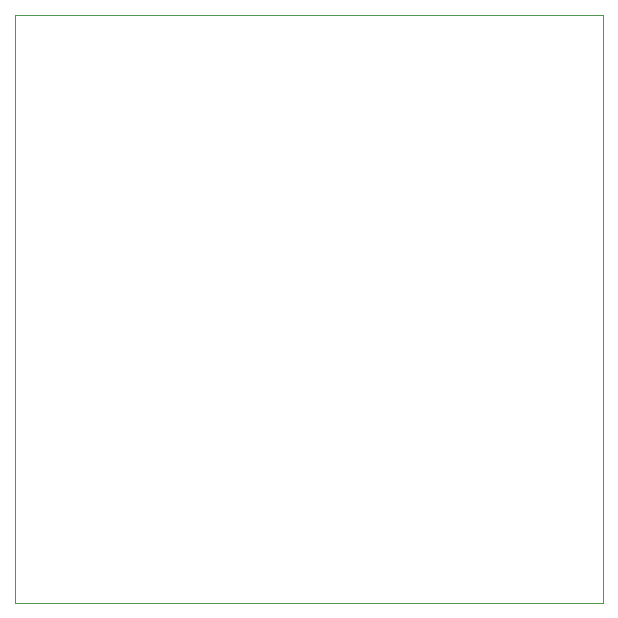
<source format=gbr>
G04 (created by PCBNEW (2013-07-07 BZR 4022)-stable) date 18.12.2014 21:06:21*
%MOIN*%
G04 Gerber Fmt 3.4, Leading zero omitted, Abs format*
%FSLAX34Y34*%
G01*
G70*
G90*
G04 APERTURE LIST*
%ADD10C,0.00590551*%
%ADD11C,0.00393701*%
G04 APERTURE END LIST*
G54D10*
G54D11*
X0Y0D02*
X0Y19600D01*
X19600Y0D02*
X0Y0D01*
X19600Y19600D02*
X19600Y0D01*
X0Y19600D02*
X19600Y19600D01*
M02*

</source>
